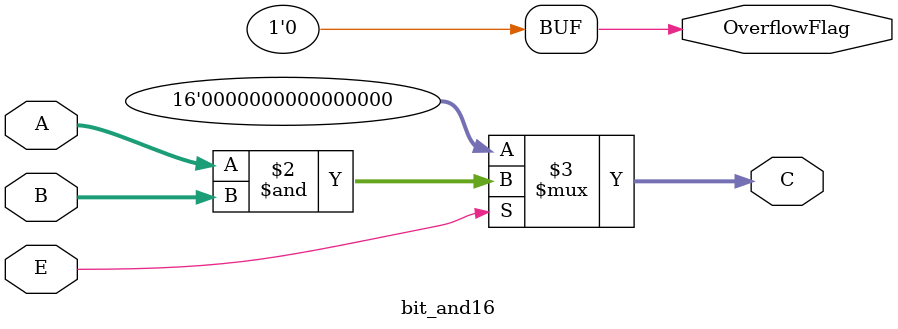
<source format=v>


// Output 1: C; calculation result, 16bit binary
// Output 2: OverflowFlag; 0
// Input 1: A; input, 16bit binary
// Input 2: B; input, 16bit binary
// Input 3: E; enable, 1bit binary

module bit_and16 (output [15:0] C, output OverflowFlag,
	input [15:0] A, input [15:0] B, input E);
	
	assign OverflowFlag = 1'b0;
	assign C=(E & 1'b1)?(A & B):16'b0000000000000000;

endmodule

</source>
